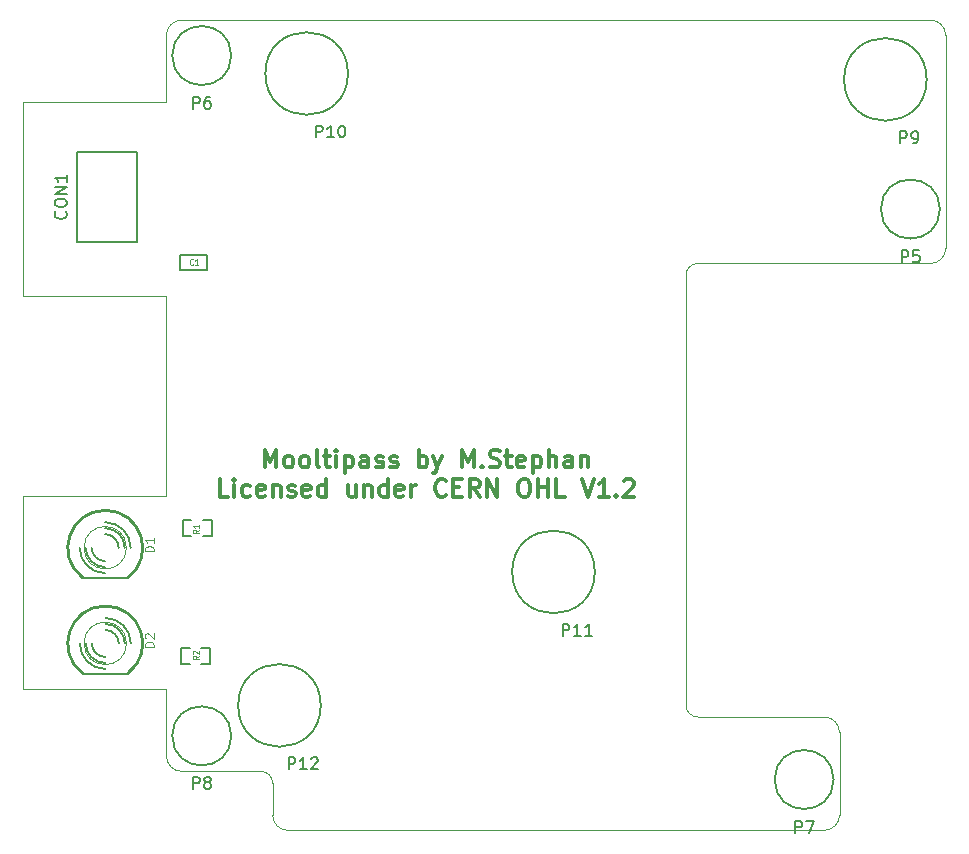
<source format=gto>
G04 (created by PCBNEW (2013-07-07 BZR 4022)-stable) date 28/02/2015 20:38:53*
%MOIN*%
G04 Gerber Fmt 3.4, Leading zero omitted, Abs format*
%FSLAX34Y34*%
G01*
G70*
G90*
G04 APERTURE LIST*
%ADD10C,0.00590551*%
%ADD11C,0.0147638*%
%ADD12C,0.000393701*%
%ADD13C,0.005*%
%ADD14C,0.008*%
%ADD15C,0.003*%
%ADD16C,0.01*%
%ADD17C,0.006*%
%ADD18C,0.0045*%
%ADD19C,0.0035*%
G04 APERTURE END LIST*
G54D10*
G54D11*
X45447Y-41991D02*
X45447Y-41400D01*
X45643Y-41822D01*
X45840Y-41400D01*
X45840Y-41991D01*
X46206Y-41991D02*
X46150Y-41962D01*
X46122Y-41934D01*
X46093Y-41878D01*
X46093Y-41709D01*
X46122Y-41653D01*
X46150Y-41625D01*
X46206Y-41597D01*
X46290Y-41597D01*
X46347Y-41625D01*
X46375Y-41653D01*
X46403Y-41709D01*
X46403Y-41878D01*
X46375Y-41934D01*
X46347Y-41962D01*
X46290Y-41991D01*
X46206Y-41991D01*
X46740Y-41991D02*
X46684Y-41962D01*
X46656Y-41934D01*
X46628Y-41878D01*
X46628Y-41709D01*
X46656Y-41653D01*
X46684Y-41625D01*
X46740Y-41597D01*
X46825Y-41597D01*
X46881Y-41625D01*
X46909Y-41653D01*
X46937Y-41709D01*
X46937Y-41878D01*
X46909Y-41934D01*
X46881Y-41962D01*
X46825Y-41991D01*
X46740Y-41991D01*
X47275Y-41991D02*
X47218Y-41962D01*
X47190Y-41906D01*
X47190Y-41400D01*
X47415Y-41597D02*
X47640Y-41597D01*
X47500Y-41400D02*
X47500Y-41906D01*
X47528Y-41962D01*
X47584Y-41991D01*
X47640Y-41991D01*
X47837Y-41991D02*
X47837Y-41597D01*
X47837Y-41400D02*
X47809Y-41428D01*
X47837Y-41456D01*
X47865Y-41428D01*
X47837Y-41400D01*
X47837Y-41456D01*
X48118Y-41597D02*
X48118Y-42187D01*
X48118Y-41625D02*
X48174Y-41597D01*
X48287Y-41597D01*
X48343Y-41625D01*
X48371Y-41653D01*
X48399Y-41709D01*
X48399Y-41878D01*
X48371Y-41934D01*
X48343Y-41962D01*
X48287Y-41991D01*
X48174Y-41991D01*
X48118Y-41962D01*
X48906Y-41991D02*
X48906Y-41681D01*
X48877Y-41625D01*
X48821Y-41597D01*
X48709Y-41597D01*
X48652Y-41625D01*
X48906Y-41962D02*
X48849Y-41991D01*
X48709Y-41991D01*
X48652Y-41962D01*
X48624Y-41906D01*
X48624Y-41850D01*
X48652Y-41794D01*
X48709Y-41766D01*
X48849Y-41766D01*
X48906Y-41737D01*
X49159Y-41962D02*
X49215Y-41991D01*
X49327Y-41991D01*
X49384Y-41962D01*
X49412Y-41906D01*
X49412Y-41878D01*
X49384Y-41822D01*
X49327Y-41794D01*
X49243Y-41794D01*
X49187Y-41766D01*
X49159Y-41709D01*
X49159Y-41681D01*
X49187Y-41625D01*
X49243Y-41597D01*
X49327Y-41597D01*
X49384Y-41625D01*
X49637Y-41962D02*
X49693Y-41991D01*
X49805Y-41991D01*
X49862Y-41962D01*
X49890Y-41906D01*
X49890Y-41878D01*
X49862Y-41822D01*
X49805Y-41794D01*
X49721Y-41794D01*
X49665Y-41766D01*
X49637Y-41709D01*
X49637Y-41681D01*
X49665Y-41625D01*
X49721Y-41597D01*
X49805Y-41597D01*
X49862Y-41625D01*
X50593Y-41991D02*
X50593Y-41400D01*
X50593Y-41625D02*
X50649Y-41597D01*
X50762Y-41597D01*
X50818Y-41625D01*
X50846Y-41653D01*
X50874Y-41709D01*
X50874Y-41878D01*
X50846Y-41934D01*
X50818Y-41962D01*
X50762Y-41991D01*
X50649Y-41991D01*
X50593Y-41962D01*
X51071Y-41597D02*
X51212Y-41991D01*
X51352Y-41597D02*
X51212Y-41991D01*
X51155Y-42131D01*
X51127Y-42159D01*
X51071Y-42187D01*
X52027Y-41991D02*
X52027Y-41400D01*
X52224Y-41822D01*
X52421Y-41400D01*
X52421Y-41991D01*
X52702Y-41934D02*
X52730Y-41962D01*
X52702Y-41991D01*
X52674Y-41962D01*
X52702Y-41934D01*
X52702Y-41991D01*
X52955Y-41962D02*
X53039Y-41991D01*
X53180Y-41991D01*
X53236Y-41962D01*
X53264Y-41934D01*
X53293Y-41878D01*
X53293Y-41822D01*
X53264Y-41766D01*
X53236Y-41737D01*
X53180Y-41709D01*
X53068Y-41681D01*
X53011Y-41653D01*
X52983Y-41625D01*
X52955Y-41569D01*
X52955Y-41512D01*
X52983Y-41456D01*
X53011Y-41428D01*
X53068Y-41400D01*
X53208Y-41400D01*
X53293Y-41428D01*
X53461Y-41597D02*
X53686Y-41597D01*
X53546Y-41400D02*
X53546Y-41906D01*
X53574Y-41962D01*
X53630Y-41991D01*
X53686Y-41991D01*
X54108Y-41962D02*
X54052Y-41991D01*
X53939Y-41991D01*
X53883Y-41962D01*
X53855Y-41906D01*
X53855Y-41681D01*
X53883Y-41625D01*
X53939Y-41597D01*
X54052Y-41597D01*
X54108Y-41625D01*
X54136Y-41681D01*
X54136Y-41737D01*
X53855Y-41794D01*
X54389Y-41597D02*
X54389Y-42187D01*
X54389Y-41625D02*
X54446Y-41597D01*
X54558Y-41597D01*
X54614Y-41625D01*
X54642Y-41653D01*
X54670Y-41709D01*
X54670Y-41878D01*
X54642Y-41934D01*
X54614Y-41962D01*
X54558Y-41991D01*
X54446Y-41991D01*
X54389Y-41962D01*
X54924Y-41991D02*
X54924Y-41400D01*
X55177Y-41991D02*
X55177Y-41681D01*
X55149Y-41625D01*
X55092Y-41597D01*
X55008Y-41597D01*
X54952Y-41625D01*
X54924Y-41653D01*
X55711Y-41991D02*
X55711Y-41681D01*
X55683Y-41625D01*
X55627Y-41597D01*
X55514Y-41597D01*
X55458Y-41625D01*
X55711Y-41962D02*
X55655Y-41991D01*
X55514Y-41991D01*
X55458Y-41962D01*
X55430Y-41906D01*
X55430Y-41850D01*
X55458Y-41794D01*
X55514Y-41766D01*
X55655Y-41766D01*
X55711Y-41737D01*
X55992Y-41597D02*
X55992Y-41991D01*
X55992Y-41653D02*
X56020Y-41625D01*
X56077Y-41597D01*
X56161Y-41597D01*
X56217Y-41625D01*
X56245Y-41681D01*
X56245Y-41991D01*
X44237Y-42965D02*
X43956Y-42965D01*
X43956Y-42374D01*
X44434Y-42965D02*
X44434Y-42571D01*
X44434Y-42374D02*
X44406Y-42402D01*
X44434Y-42431D01*
X44462Y-42402D01*
X44434Y-42374D01*
X44434Y-42431D01*
X44969Y-42937D02*
X44912Y-42965D01*
X44800Y-42965D01*
X44744Y-42937D01*
X44715Y-42909D01*
X44687Y-42852D01*
X44687Y-42684D01*
X44715Y-42627D01*
X44744Y-42599D01*
X44800Y-42571D01*
X44912Y-42571D01*
X44969Y-42599D01*
X45447Y-42937D02*
X45390Y-42965D01*
X45278Y-42965D01*
X45222Y-42937D01*
X45194Y-42881D01*
X45194Y-42656D01*
X45222Y-42599D01*
X45278Y-42571D01*
X45390Y-42571D01*
X45447Y-42599D01*
X45475Y-42656D01*
X45475Y-42712D01*
X45194Y-42768D01*
X45728Y-42571D02*
X45728Y-42965D01*
X45728Y-42627D02*
X45756Y-42599D01*
X45812Y-42571D01*
X45897Y-42571D01*
X45953Y-42599D01*
X45981Y-42656D01*
X45981Y-42965D01*
X46234Y-42937D02*
X46290Y-42965D01*
X46403Y-42965D01*
X46459Y-42937D01*
X46487Y-42881D01*
X46487Y-42852D01*
X46459Y-42796D01*
X46403Y-42768D01*
X46318Y-42768D01*
X46262Y-42740D01*
X46234Y-42684D01*
X46234Y-42656D01*
X46262Y-42599D01*
X46318Y-42571D01*
X46403Y-42571D01*
X46459Y-42599D01*
X46965Y-42937D02*
X46909Y-42965D01*
X46796Y-42965D01*
X46740Y-42937D01*
X46712Y-42881D01*
X46712Y-42656D01*
X46740Y-42599D01*
X46796Y-42571D01*
X46909Y-42571D01*
X46965Y-42599D01*
X46993Y-42656D01*
X46993Y-42712D01*
X46712Y-42768D01*
X47500Y-42965D02*
X47500Y-42374D01*
X47500Y-42937D02*
X47443Y-42965D01*
X47331Y-42965D01*
X47275Y-42937D01*
X47246Y-42909D01*
X47218Y-42852D01*
X47218Y-42684D01*
X47246Y-42627D01*
X47275Y-42599D01*
X47331Y-42571D01*
X47443Y-42571D01*
X47500Y-42599D01*
X48484Y-42571D02*
X48484Y-42965D01*
X48231Y-42571D02*
X48231Y-42881D01*
X48259Y-42937D01*
X48315Y-42965D01*
X48399Y-42965D01*
X48456Y-42937D01*
X48484Y-42909D01*
X48765Y-42571D02*
X48765Y-42965D01*
X48765Y-42627D02*
X48793Y-42599D01*
X48849Y-42571D01*
X48934Y-42571D01*
X48990Y-42599D01*
X49018Y-42656D01*
X49018Y-42965D01*
X49552Y-42965D02*
X49552Y-42374D01*
X49552Y-42937D02*
X49496Y-42965D01*
X49384Y-42965D01*
X49327Y-42937D01*
X49299Y-42909D01*
X49271Y-42852D01*
X49271Y-42684D01*
X49299Y-42627D01*
X49327Y-42599D01*
X49384Y-42571D01*
X49496Y-42571D01*
X49552Y-42599D01*
X50059Y-42937D02*
X50002Y-42965D01*
X49890Y-42965D01*
X49834Y-42937D01*
X49805Y-42881D01*
X49805Y-42656D01*
X49834Y-42599D01*
X49890Y-42571D01*
X50002Y-42571D01*
X50059Y-42599D01*
X50087Y-42656D01*
X50087Y-42712D01*
X49805Y-42768D01*
X50340Y-42965D02*
X50340Y-42571D01*
X50340Y-42684D02*
X50368Y-42627D01*
X50396Y-42599D01*
X50452Y-42571D01*
X50508Y-42571D01*
X51493Y-42909D02*
X51465Y-42937D01*
X51380Y-42965D01*
X51324Y-42965D01*
X51240Y-42937D01*
X51183Y-42881D01*
X51155Y-42824D01*
X51127Y-42712D01*
X51127Y-42627D01*
X51155Y-42515D01*
X51183Y-42459D01*
X51240Y-42402D01*
X51324Y-42374D01*
X51380Y-42374D01*
X51465Y-42402D01*
X51493Y-42431D01*
X51746Y-42656D02*
X51943Y-42656D01*
X52027Y-42965D02*
X51746Y-42965D01*
X51746Y-42374D01*
X52027Y-42374D01*
X52618Y-42965D02*
X52421Y-42684D01*
X52280Y-42965D02*
X52280Y-42374D01*
X52505Y-42374D01*
X52561Y-42402D01*
X52589Y-42431D01*
X52618Y-42487D01*
X52618Y-42571D01*
X52589Y-42627D01*
X52561Y-42656D01*
X52505Y-42684D01*
X52280Y-42684D01*
X52871Y-42965D02*
X52871Y-42374D01*
X53208Y-42965D01*
X53208Y-42374D01*
X54052Y-42374D02*
X54164Y-42374D01*
X54221Y-42402D01*
X54277Y-42459D01*
X54305Y-42571D01*
X54305Y-42768D01*
X54277Y-42881D01*
X54221Y-42937D01*
X54164Y-42965D01*
X54052Y-42965D01*
X53996Y-42937D01*
X53939Y-42881D01*
X53911Y-42768D01*
X53911Y-42571D01*
X53939Y-42459D01*
X53996Y-42402D01*
X54052Y-42374D01*
X54558Y-42965D02*
X54558Y-42374D01*
X54558Y-42656D02*
X54895Y-42656D01*
X54895Y-42965D02*
X54895Y-42374D01*
X55458Y-42965D02*
X55177Y-42965D01*
X55177Y-42374D01*
X56020Y-42374D02*
X56217Y-42965D01*
X56414Y-42374D01*
X56920Y-42965D02*
X56583Y-42965D01*
X56751Y-42965D02*
X56751Y-42374D01*
X56695Y-42459D01*
X56639Y-42515D01*
X56583Y-42543D01*
X57173Y-42909D02*
X57201Y-42937D01*
X57173Y-42965D01*
X57145Y-42937D01*
X57173Y-42909D01*
X57173Y-42965D01*
X57426Y-42431D02*
X57455Y-42402D01*
X57511Y-42374D01*
X57651Y-42374D01*
X57708Y-42402D01*
X57736Y-42431D01*
X57764Y-42487D01*
X57764Y-42543D01*
X57736Y-42627D01*
X57398Y-42965D01*
X57764Y-42965D01*
G54D12*
X42173Y-51606D02*
X42173Y-49370D01*
X42173Y-49370D02*
X37401Y-49370D01*
X37401Y-49370D02*
X37401Y-42952D01*
X37401Y-42952D02*
X42173Y-42952D01*
X42173Y-42952D02*
X42173Y-36259D01*
X42173Y-36259D02*
X37401Y-36259D01*
X37401Y-36259D02*
X37401Y-29822D01*
X37401Y-29822D02*
X42173Y-29822D01*
X42173Y-29822D02*
X42173Y-27590D01*
X42173Y-27590D02*
G75*
G02X42685Y-27078I511J0D01*
G74*
G01*
X45716Y-52511D02*
X45716Y-53574D01*
X42685Y-52118D02*
X45322Y-52118D01*
X67645Y-27078D02*
X42685Y-27078D01*
X68157Y-34677D02*
X68157Y-27590D01*
X59889Y-35188D02*
X67645Y-35188D01*
X59496Y-49913D02*
X59496Y-35582D01*
X64102Y-50307D02*
X59889Y-50307D01*
X64614Y-53574D02*
X64614Y-50818D01*
X46228Y-54086D02*
X64102Y-54086D01*
X45322Y-52118D02*
G75*
G02X45716Y-52511I0J-393D01*
G74*
G01*
X42685Y-52118D02*
G75*
G02X42173Y-51606I0J511D01*
G74*
G01*
X67645Y-27078D02*
G75*
G02X68157Y-27590I0J-511D01*
G74*
G01*
X68157Y-34678D02*
G75*
G02X67645Y-35188I-511J0D01*
G74*
G01*
X59496Y-35581D02*
G75*
G02X59889Y-35188I393J0D01*
G74*
G01*
X59889Y-50307D02*
G75*
G02X59496Y-49913I0J393D01*
G74*
G01*
X64103Y-50307D02*
G75*
G02X64614Y-50818I0J-511D01*
G74*
G01*
X64614Y-53575D02*
G75*
G02X64102Y-54086I-511J0D01*
G74*
G01*
X46227Y-54086D02*
G75*
G02X45716Y-53574I0J511D01*
G74*
G01*
G54D10*
X44338Y-50937D02*
G75*
G03X44338Y-50937I-984J0D01*
G74*
G01*
X64417Y-52393D02*
G75*
G03X64417Y-52393I-984J0D01*
G74*
G01*
X44338Y-28259D02*
G75*
G03X44338Y-28259I-984J0D01*
G74*
G01*
X67960Y-33377D02*
G75*
G03X67960Y-33377I-984J0D01*
G74*
G01*
G54D13*
X43405Y-44290D02*
X43683Y-44290D01*
X43683Y-44290D02*
X43683Y-43740D01*
X43683Y-43740D02*
X43405Y-43740D01*
X42733Y-44290D02*
X43011Y-44290D01*
X42733Y-44290D02*
X42733Y-43740D01*
X42733Y-43740D02*
X43011Y-43740D01*
X42952Y-47992D02*
X42674Y-47992D01*
X42674Y-47992D02*
X42674Y-48542D01*
X42674Y-48542D02*
X42952Y-48542D01*
X43624Y-47992D02*
X43346Y-47992D01*
X43624Y-47992D02*
X43624Y-48542D01*
X43624Y-48542D02*
X43346Y-48542D01*
G54D14*
X39387Y-48875D02*
X40887Y-48875D01*
G54D15*
X40844Y-47855D02*
G75*
G03X40844Y-47855I-707J0D01*
G74*
G01*
G54D16*
X40888Y-48855D02*
G75*
G03X39387Y-48855I-750J999D01*
G74*
G01*
G54D17*
X40587Y-47855D02*
G75*
G03X40137Y-47405I-450J0D01*
G74*
G01*
X39687Y-47855D02*
G75*
G03X40137Y-48305I450J0D01*
G74*
G01*
X40787Y-47855D02*
G75*
G03X40137Y-47205I-650J0D01*
G74*
G01*
X39487Y-47855D02*
G75*
G03X40137Y-48505I650J0D01*
G74*
G01*
X40987Y-47855D02*
G75*
G03X40137Y-47005I-850J0D01*
G74*
G01*
X39287Y-47855D02*
G75*
G03X40137Y-48705I850J0D01*
G74*
G01*
G54D14*
X39387Y-45686D02*
X40887Y-45686D01*
G54D15*
X40844Y-44666D02*
G75*
G03X40844Y-44666I-707J0D01*
G74*
G01*
G54D16*
X40888Y-45666D02*
G75*
G03X39387Y-45666I-750J999D01*
G74*
G01*
G54D17*
X40587Y-44666D02*
G75*
G03X40137Y-44216I-450J0D01*
G74*
G01*
X39687Y-44666D02*
G75*
G03X40137Y-45116I450J0D01*
G74*
G01*
X40787Y-44666D02*
G75*
G03X40137Y-44016I-650J0D01*
G74*
G01*
X39487Y-44666D02*
G75*
G03X40137Y-45316I650J0D01*
G74*
G01*
X40987Y-44666D02*
G75*
G03X40137Y-43816I-850J0D01*
G74*
G01*
X39287Y-44666D02*
G75*
G03X40137Y-45516I850J0D01*
G74*
G01*
G54D13*
X42640Y-34907D02*
X43540Y-34907D01*
X43540Y-34907D02*
X43540Y-35407D01*
X43540Y-35407D02*
X42640Y-35407D01*
X42640Y-35407D02*
X42640Y-34907D01*
G54D14*
X41196Y-31472D02*
X41196Y-34472D01*
X39196Y-34472D02*
X39196Y-31472D01*
X39196Y-31472D02*
X41196Y-31472D01*
X41196Y-34472D02*
X39196Y-34472D01*
G54D10*
X67519Y-29055D02*
G75*
G03X67519Y-29055I-1377J0D01*
G74*
G01*
X48228Y-28858D02*
G75*
G03X48228Y-28858I-1377J0D01*
G74*
G01*
X56456Y-45472D02*
G75*
G03X56456Y-45472I-1377J0D01*
G74*
G01*
X47322Y-49921D02*
G75*
G03X47322Y-49921I-1377J0D01*
G74*
G01*
X43063Y-52710D02*
X43063Y-52316D01*
X43213Y-52316D01*
X43251Y-52335D01*
X43269Y-52354D01*
X43288Y-52391D01*
X43288Y-52448D01*
X43269Y-52485D01*
X43251Y-52504D01*
X43213Y-52523D01*
X43063Y-52523D01*
X43513Y-52485D02*
X43476Y-52466D01*
X43457Y-52448D01*
X43438Y-52410D01*
X43438Y-52391D01*
X43457Y-52354D01*
X43476Y-52335D01*
X43513Y-52316D01*
X43588Y-52316D01*
X43626Y-52335D01*
X43644Y-52354D01*
X43663Y-52391D01*
X43663Y-52410D01*
X43644Y-52448D01*
X43626Y-52466D01*
X43588Y-52485D01*
X43513Y-52485D01*
X43476Y-52504D01*
X43457Y-52523D01*
X43438Y-52560D01*
X43438Y-52635D01*
X43457Y-52673D01*
X43476Y-52691D01*
X43513Y-52710D01*
X43588Y-52710D01*
X43626Y-52691D01*
X43644Y-52673D01*
X43663Y-52635D01*
X43663Y-52560D01*
X43644Y-52523D01*
X43626Y-52504D01*
X43588Y-52485D01*
X63142Y-54167D02*
X63142Y-53773D01*
X63292Y-53773D01*
X63329Y-53792D01*
X63348Y-53811D01*
X63367Y-53848D01*
X63367Y-53904D01*
X63348Y-53942D01*
X63329Y-53961D01*
X63292Y-53979D01*
X63142Y-53979D01*
X63498Y-53773D02*
X63761Y-53773D01*
X63592Y-54167D01*
X43063Y-30033D02*
X43063Y-29639D01*
X43213Y-29639D01*
X43251Y-29658D01*
X43269Y-29677D01*
X43288Y-29714D01*
X43288Y-29770D01*
X43269Y-29808D01*
X43251Y-29827D01*
X43213Y-29845D01*
X43063Y-29845D01*
X43626Y-29639D02*
X43551Y-29639D01*
X43513Y-29658D01*
X43494Y-29677D01*
X43457Y-29733D01*
X43438Y-29808D01*
X43438Y-29958D01*
X43457Y-29995D01*
X43476Y-30014D01*
X43513Y-30033D01*
X43588Y-30033D01*
X43626Y-30014D01*
X43644Y-29995D01*
X43663Y-29958D01*
X43663Y-29864D01*
X43644Y-29827D01*
X43626Y-29808D01*
X43588Y-29789D01*
X43513Y-29789D01*
X43476Y-29808D01*
X43457Y-29827D01*
X43438Y-29864D01*
X66685Y-35151D02*
X66685Y-34757D01*
X66835Y-34757D01*
X66873Y-34776D01*
X66892Y-34795D01*
X66910Y-34832D01*
X66910Y-34889D01*
X66892Y-34926D01*
X66873Y-34945D01*
X66835Y-34964D01*
X66685Y-34964D01*
X67266Y-34757D02*
X67079Y-34757D01*
X67060Y-34945D01*
X67079Y-34926D01*
X67116Y-34907D01*
X67210Y-34907D01*
X67248Y-34926D01*
X67266Y-34945D01*
X67285Y-34982D01*
X67285Y-35076D01*
X67266Y-35113D01*
X67248Y-35132D01*
X67210Y-35151D01*
X67116Y-35151D01*
X67079Y-35132D01*
X67060Y-35113D01*
G54D18*
X43263Y-44070D02*
X43169Y-44130D01*
X43263Y-44173D02*
X43066Y-44173D01*
X43066Y-44105D01*
X43075Y-44087D01*
X43085Y-44079D01*
X43103Y-44070D01*
X43132Y-44070D01*
X43150Y-44079D01*
X43160Y-44087D01*
X43169Y-44105D01*
X43169Y-44173D01*
X43263Y-43899D02*
X43263Y-44002D01*
X43263Y-43950D02*
X43066Y-43950D01*
X43094Y-43967D01*
X43113Y-43985D01*
X43122Y-44002D01*
X43254Y-48272D02*
X43160Y-48332D01*
X43254Y-48375D02*
X43057Y-48375D01*
X43057Y-48307D01*
X43066Y-48289D01*
X43076Y-48281D01*
X43094Y-48272D01*
X43123Y-48272D01*
X43141Y-48281D01*
X43151Y-48289D01*
X43160Y-48307D01*
X43160Y-48375D01*
X43076Y-48204D02*
X43066Y-48195D01*
X43057Y-48178D01*
X43057Y-48135D01*
X43066Y-48118D01*
X43076Y-48109D01*
X43094Y-48101D01*
X43113Y-48101D01*
X43141Y-48109D01*
X43254Y-48212D01*
X43254Y-48101D01*
G54D19*
X41759Y-47977D02*
X41459Y-47977D01*
X41459Y-47905D01*
X41473Y-47863D01*
X41502Y-47834D01*
X41530Y-47820D01*
X41587Y-47805D01*
X41630Y-47805D01*
X41687Y-47820D01*
X41716Y-47834D01*
X41744Y-47863D01*
X41759Y-47905D01*
X41759Y-47977D01*
X41487Y-47691D02*
X41473Y-47677D01*
X41459Y-47648D01*
X41459Y-47577D01*
X41473Y-47548D01*
X41487Y-47534D01*
X41516Y-47520D01*
X41544Y-47520D01*
X41587Y-47534D01*
X41759Y-47705D01*
X41759Y-47520D01*
X41759Y-44788D02*
X41459Y-44788D01*
X41459Y-44716D01*
X41473Y-44674D01*
X41502Y-44645D01*
X41530Y-44631D01*
X41587Y-44616D01*
X41630Y-44616D01*
X41687Y-44631D01*
X41716Y-44645D01*
X41744Y-44674D01*
X41759Y-44716D01*
X41759Y-44788D01*
X41759Y-44331D02*
X41759Y-44502D01*
X41759Y-44416D02*
X41459Y-44416D01*
X41502Y-44445D01*
X41530Y-44474D01*
X41544Y-44502D01*
G54D18*
X43060Y-35219D02*
X43051Y-35228D01*
X43026Y-35238D01*
X43009Y-35238D01*
X42983Y-35228D01*
X42966Y-35209D01*
X42957Y-35190D01*
X42949Y-35152D01*
X42949Y-35124D01*
X42957Y-35086D01*
X42966Y-35067D01*
X42983Y-35047D01*
X43009Y-35038D01*
X43026Y-35038D01*
X43051Y-35047D01*
X43060Y-35057D01*
X43231Y-35238D02*
X43129Y-35238D01*
X43180Y-35238D02*
X43180Y-35038D01*
X43163Y-35067D01*
X43146Y-35086D01*
X43129Y-35095D01*
G54D14*
X38820Y-33458D02*
X38839Y-33477D01*
X38858Y-33534D01*
X38858Y-33572D01*
X38839Y-33629D01*
X38801Y-33667D01*
X38763Y-33686D01*
X38687Y-33705D01*
X38630Y-33705D01*
X38553Y-33686D01*
X38515Y-33667D01*
X38477Y-33629D01*
X38458Y-33572D01*
X38458Y-33534D01*
X38477Y-33477D01*
X38496Y-33458D01*
X38458Y-33210D02*
X38458Y-33134D01*
X38477Y-33096D01*
X38515Y-33058D01*
X38592Y-33039D01*
X38725Y-33039D01*
X38801Y-33058D01*
X38839Y-33096D01*
X38858Y-33134D01*
X38858Y-33210D01*
X38839Y-33248D01*
X38801Y-33286D01*
X38725Y-33305D01*
X38592Y-33305D01*
X38515Y-33286D01*
X38477Y-33248D01*
X38458Y-33210D01*
X38858Y-32867D02*
X38458Y-32867D01*
X38858Y-32639D01*
X38458Y-32639D01*
X38858Y-32239D02*
X38858Y-32467D01*
X38858Y-32353D02*
X38458Y-32353D01*
X38515Y-32391D01*
X38553Y-32429D01*
X38573Y-32467D01*
G54D10*
X66638Y-31182D02*
X66638Y-30789D01*
X66788Y-30789D01*
X66826Y-30808D01*
X66844Y-30826D01*
X66863Y-30864D01*
X66863Y-30920D01*
X66844Y-30958D01*
X66826Y-30976D01*
X66788Y-30995D01*
X66638Y-30995D01*
X67050Y-31182D02*
X67125Y-31182D01*
X67163Y-31164D01*
X67182Y-31145D01*
X67219Y-31089D01*
X67238Y-31014D01*
X67238Y-30864D01*
X67219Y-30826D01*
X67200Y-30808D01*
X67163Y-30789D01*
X67088Y-30789D01*
X67050Y-30808D01*
X67032Y-30826D01*
X67013Y-30864D01*
X67013Y-30958D01*
X67032Y-30995D01*
X67050Y-31014D01*
X67088Y-31032D01*
X67163Y-31032D01*
X67200Y-31014D01*
X67219Y-30995D01*
X67238Y-30958D01*
X47159Y-30986D02*
X47159Y-30592D01*
X47309Y-30592D01*
X47347Y-30611D01*
X47365Y-30629D01*
X47384Y-30667D01*
X47384Y-30723D01*
X47365Y-30761D01*
X47347Y-30779D01*
X47309Y-30798D01*
X47159Y-30798D01*
X47759Y-30986D02*
X47534Y-30986D01*
X47647Y-30986D02*
X47647Y-30592D01*
X47609Y-30648D01*
X47572Y-30686D01*
X47534Y-30704D01*
X48003Y-30592D02*
X48040Y-30592D01*
X48078Y-30611D01*
X48097Y-30629D01*
X48115Y-30667D01*
X48134Y-30742D01*
X48134Y-30836D01*
X48115Y-30911D01*
X48097Y-30948D01*
X48078Y-30967D01*
X48040Y-30986D01*
X48003Y-30986D01*
X47965Y-30967D01*
X47947Y-30948D01*
X47928Y-30911D01*
X47909Y-30836D01*
X47909Y-30742D01*
X47928Y-30667D01*
X47947Y-30629D01*
X47965Y-30611D01*
X48003Y-30592D01*
X55388Y-47600D02*
X55388Y-47206D01*
X55538Y-47206D01*
X55575Y-47225D01*
X55594Y-47244D01*
X55613Y-47281D01*
X55613Y-47337D01*
X55594Y-47375D01*
X55575Y-47394D01*
X55538Y-47412D01*
X55388Y-47412D01*
X55988Y-47600D02*
X55763Y-47600D01*
X55875Y-47600D02*
X55875Y-47206D01*
X55838Y-47262D01*
X55800Y-47300D01*
X55763Y-47319D01*
X56362Y-47600D02*
X56137Y-47600D01*
X56250Y-47600D02*
X56250Y-47206D01*
X56212Y-47262D01*
X56175Y-47300D01*
X56137Y-47319D01*
X46254Y-52049D02*
X46254Y-51655D01*
X46404Y-51655D01*
X46441Y-51674D01*
X46460Y-51692D01*
X46479Y-51730D01*
X46479Y-51786D01*
X46460Y-51824D01*
X46441Y-51842D01*
X46404Y-51861D01*
X46254Y-51861D01*
X46854Y-52049D02*
X46629Y-52049D01*
X46741Y-52049D02*
X46741Y-51655D01*
X46704Y-51711D01*
X46666Y-51749D01*
X46629Y-51767D01*
X47004Y-51692D02*
X47022Y-51674D01*
X47060Y-51655D01*
X47154Y-51655D01*
X47191Y-51674D01*
X47210Y-51692D01*
X47229Y-51730D01*
X47229Y-51767D01*
X47210Y-51824D01*
X46985Y-52049D01*
X47229Y-52049D01*
M02*

</source>
